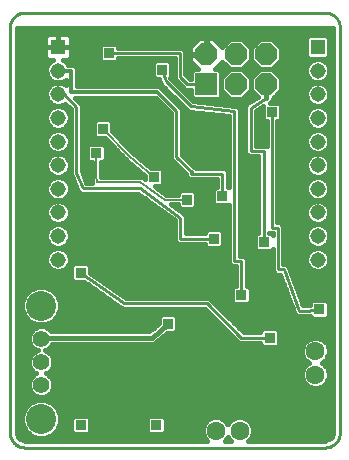
<source format=gbl>
G75*
%MOIN*%
%OFA0B0*%
%FSLAX25Y25*%
%IPPOS*%
%LPD*%
%AMOC8*
5,1,8,0,0,1.08239X$1,22.5*
%
%ADD10C,0.01000*%
%ADD11R,0.07400X0.07400*%
%ADD12OC8,0.07400*%
%ADD13R,0.05150X0.05150*%
%ADD14C,0.05150*%
%ADD15C,0.06299*%
%ADD16C,0.05600*%
%ADD17C,0.10000*%
%ADD18R,0.03562X0.03562*%
%ADD19C,0.01600*%
%ADD20C,0.00669*%
%ADD21C,0.01200*%
D10*
X0018376Y0007817D02*
X0018376Y0142817D01*
X0018378Y0142957D01*
X0018384Y0143097D01*
X0018394Y0143237D01*
X0018407Y0143377D01*
X0018425Y0143516D01*
X0018447Y0143655D01*
X0018472Y0143792D01*
X0018501Y0143930D01*
X0018534Y0144066D01*
X0018571Y0144201D01*
X0018612Y0144335D01*
X0018657Y0144468D01*
X0018705Y0144600D01*
X0018757Y0144730D01*
X0018812Y0144859D01*
X0018871Y0144986D01*
X0018934Y0145112D01*
X0019000Y0145236D01*
X0019069Y0145357D01*
X0019142Y0145477D01*
X0019219Y0145595D01*
X0019298Y0145710D01*
X0019381Y0145824D01*
X0019467Y0145934D01*
X0019556Y0146043D01*
X0019648Y0146149D01*
X0019743Y0146252D01*
X0019840Y0146353D01*
X0019941Y0146450D01*
X0020044Y0146545D01*
X0020150Y0146637D01*
X0020259Y0146726D01*
X0020369Y0146812D01*
X0020483Y0146895D01*
X0020598Y0146974D01*
X0020716Y0147051D01*
X0020836Y0147124D01*
X0020957Y0147193D01*
X0021081Y0147259D01*
X0021207Y0147322D01*
X0021334Y0147381D01*
X0021463Y0147436D01*
X0021593Y0147488D01*
X0021725Y0147536D01*
X0021858Y0147581D01*
X0021992Y0147622D01*
X0022127Y0147659D01*
X0022263Y0147692D01*
X0022401Y0147721D01*
X0022538Y0147746D01*
X0022677Y0147768D01*
X0022816Y0147786D01*
X0022956Y0147799D01*
X0023096Y0147809D01*
X0023236Y0147815D01*
X0023376Y0147817D01*
X0123376Y0147817D01*
X0123516Y0147815D01*
X0123656Y0147809D01*
X0123796Y0147799D01*
X0123936Y0147786D01*
X0124075Y0147768D01*
X0124214Y0147746D01*
X0124351Y0147721D01*
X0124489Y0147692D01*
X0124625Y0147659D01*
X0124760Y0147622D01*
X0124894Y0147581D01*
X0125027Y0147536D01*
X0125159Y0147488D01*
X0125289Y0147436D01*
X0125418Y0147381D01*
X0125545Y0147322D01*
X0125671Y0147259D01*
X0125795Y0147193D01*
X0125916Y0147124D01*
X0126036Y0147051D01*
X0126154Y0146974D01*
X0126269Y0146895D01*
X0126383Y0146812D01*
X0126493Y0146726D01*
X0126602Y0146637D01*
X0126708Y0146545D01*
X0126811Y0146450D01*
X0126912Y0146353D01*
X0127009Y0146252D01*
X0127104Y0146149D01*
X0127196Y0146043D01*
X0127285Y0145934D01*
X0127371Y0145824D01*
X0127454Y0145710D01*
X0127533Y0145595D01*
X0127610Y0145477D01*
X0127683Y0145357D01*
X0127752Y0145236D01*
X0127818Y0145112D01*
X0127881Y0144986D01*
X0127940Y0144859D01*
X0127995Y0144730D01*
X0128047Y0144600D01*
X0128095Y0144468D01*
X0128140Y0144335D01*
X0128181Y0144201D01*
X0128218Y0144066D01*
X0128251Y0143930D01*
X0128280Y0143792D01*
X0128305Y0143655D01*
X0128327Y0143516D01*
X0128345Y0143377D01*
X0128358Y0143237D01*
X0128368Y0143097D01*
X0128374Y0142957D01*
X0128376Y0142817D01*
X0128376Y0007817D01*
X0128374Y0007677D01*
X0128368Y0007537D01*
X0128358Y0007397D01*
X0128345Y0007257D01*
X0128327Y0007118D01*
X0128305Y0006979D01*
X0128280Y0006842D01*
X0128251Y0006704D01*
X0128218Y0006568D01*
X0128181Y0006433D01*
X0128140Y0006299D01*
X0128095Y0006166D01*
X0128047Y0006034D01*
X0127995Y0005904D01*
X0127940Y0005775D01*
X0127881Y0005648D01*
X0127818Y0005522D01*
X0127752Y0005398D01*
X0127683Y0005277D01*
X0127610Y0005157D01*
X0127533Y0005039D01*
X0127454Y0004924D01*
X0127371Y0004810D01*
X0127285Y0004700D01*
X0127196Y0004591D01*
X0127104Y0004485D01*
X0127009Y0004382D01*
X0126912Y0004281D01*
X0126811Y0004184D01*
X0126708Y0004089D01*
X0126602Y0003997D01*
X0126493Y0003908D01*
X0126383Y0003822D01*
X0126269Y0003739D01*
X0126154Y0003660D01*
X0126036Y0003583D01*
X0125916Y0003510D01*
X0125795Y0003441D01*
X0125671Y0003375D01*
X0125545Y0003312D01*
X0125418Y0003253D01*
X0125289Y0003198D01*
X0125159Y0003146D01*
X0125027Y0003098D01*
X0124894Y0003053D01*
X0124760Y0003012D01*
X0124625Y0002975D01*
X0124489Y0002942D01*
X0124351Y0002913D01*
X0124214Y0002888D01*
X0124075Y0002866D01*
X0123936Y0002848D01*
X0123796Y0002835D01*
X0123656Y0002825D01*
X0123516Y0002819D01*
X0123376Y0002817D01*
X0023376Y0002817D01*
X0023236Y0002819D01*
X0023096Y0002825D01*
X0022956Y0002835D01*
X0022816Y0002848D01*
X0022677Y0002866D01*
X0022538Y0002888D01*
X0022401Y0002913D01*
X0022263Y0002942D01*
X0022127Y0002975D01*
X0021992Y0003012D01*
X0021858Y0003053D01*
X0021725Y0003098D01*
X0021593Y0003146D01*
X0021463Y0003198D01*
X0021334Y0003253D01*
X0021207Y0003312D01*
X0021081Y0003375D01*
X0020957Y0003441D01*
X0020836Y0003510D01*
X0020716Y0003583D01*
X0020598Y0003660D01*
X0020483Y0003739D01*
X0020369Y0003822D01*
X0020259Y0003908D01*
X0020150Y0003997D01*
X0020044Y0004089D01*
X0019941Y0004184D01*
X0019840Y0004281D01*
X0019743Y0004382D01*
X0019648Y0004485D01*
X0019556Y0004591D01*
X0019467Y0004700D01*
X0019381Y0004810D01*
X0019298Y0004924D01*
X0019219Y0005039D01*
X0019142Y0005157D01*
X0019069Y0005277D01*
X0019000Y0005398D01*
X0018934Y0005522D01*
X0018871Y0005648D01*
X0018812Y0005775D01*
X0018757Y0005904D01*
X0018705Y0006034D01*
X0018657Y0006166D01*
X0018612Y0006299D01*
X0018571Y0006433D01*
X0018534Y0006568D01*
X0018501Y0006704D01*
X0018472Y0006842D01*
X0018447Y0006979D01*
X0018425Y0007118D01*
X0018407Y0007257D01*
X0018394Y0007397D01*
X0018384Y0007537D01*
X0018378Y0007677D01*
X0018376Y0007817D01*
X0056565Y0050849D02*
X0041998Y0061085D01*
X0056565Y0050849D02*
X0084124Y0050849D01*
X0095541Y0039431D01*
X0104990Y0039431D01*
X0114833Y0048487D02*
X0109715Y0062266D01*
X0107746Y0062266D01*
X0107746Y0076046D01*
X0105778Y0076046D01*
X0105778Y0114628D01*
X0103848Y0119353D02*
X0098691Y0116164D01*
X0098691Y0101636D01*
X0103022Y0101636D01*
X0103022Y0071321D01*
X0095541Y0065022D02*
X0093179Y0065022D01*
X0093179Y0115022D01*
X0078612Y0116597D01*
X0070344Y0124865D01*
X0069163Y0128802D01*
X0075069Y0126439D02*
X0077589Y0123920D01*
X0083848Y0123920D01*
X0075069Y0126439D02*
X0075069Y0134313D01*
X0051447Y0134313D01*
X0036307Y0120573D02*
X0040516Y0116365D01*
X0040516Y0094489D01*
X0042605Y0089250D01*
X0061845Y0089250D01*
X0075158Y0079480D01*
X0075158Y0072482D01*
X0086358Y0072482D01*
X0095541Y0065022D02*
X0095541Y0053605D01*
X0114833Y0048487D02*
X0117589Y0048487D01*
X0121526Y0048880D01*
X0089242Y0086676D02*
X0089242Y0094156D01*
X0079006Y0094156D01*
X0079006Y0094550D02*
X0073888Y0099668D01*
X0073888Y0115022D01*
X0067589Y0121321D01*
X0036307Y0120573D02*
X0034456Y0120573D01*
D11*
X0083848Y0123920D03*
D12*
X0083848Y0133920D03*
X0093848Y0133920D03*
X0093848Y0123920D03*
X0103848Y0123920D03*
X0103848Y0133920D03*
D13*
X0121053Y0136321D03*
X0034456Y0136321D03*
D14*
X0034456Y0128447D03*
X0034456Y0120573D03*
X0034456Y0112699D03*
X0034456Y0104825D03*
X0034456Y0096951D03*
X0034456Y0089077D03*
X0034456Y0081203D03*
X0034456Y0073329D03*
X0034456Y0065455D03*
X0121053Y0065455D03*
X0121053Y0073329D03*
X0121053Y0081203D03*
X0121053Y0089077D03*
X0121053Y0096951D03*
X0121053Y0104825D03*
X0121053Y0112699D03*
X0121053Y0120573D03*
X0121053Y0128447D03*
D15*
X0120187Y0034983D03*
X0120187Y0027109D03*
X0094951Y0008487D03*
X0087077Y0008487D03*
D16*
X0028809Y0023762D03*
X0028809Y0031243D03*
X0028809Y0039117D03*
D17*
X0028809Y0050140D03*
X0028809Y0012345D03*
D18*
X0041998Y0010298D03*
X0067195Y0010298D03*
X0071132Y0044156D03*
X0059321Y0044550D03*
X0041998Y0061085D03*
X0057015Y0077512D03*
X0066407Y0092975D03*
X0077431Y0085494D03*
X0089242Y0086676D03*
X0086358Y0072482D03*
X0088061Y0058329D03*
X0095541Y0053605D03*
X0104990Y0039431D03*
X0121526Y0048880D03*
X0121526Y0055573D03*
X0103022Y0071321D03*
X0111071Y0099492D03*
X0105778Y0114628D03*
X0089418Y0105791D03*
X0069163Y0128802D03*
X0056347Y0113665D03*
X0049478Y0109117D03*
X0047238Y0101081D03*
X0051447Y0134313D03*
D19*
X0054528Y0132513D02*
X0073269Y0132513D01*
X0073269Y0125694D01*
X0075789Y0123174D01*
X0076843Y0122120D01*
X0078848Y0122120D01*
X0078848Y0119681D01*
X0079610Y0118920D01*
X0088087Y0118920D01*
X0088848Y0119681D01*
X0088848Y0128158D01*
X0088087Y0128920D01*
X0086627Y0128920D01*
X0089202Y0131495D01*
X0091777Y0128920D01*
X0095919Y0128920D01*
X0098848Y0131849D01*
X0098848Y0135991D01*
X0095919Y0138920D01*
X0091777Y0138920D01*
X0089202Y0136344D01*
X0086127Y0139420D01*
X0084048Y0139420D01*
X0084048Y0134120D01*
X0083648Y0134120D01*
X0083648Y0133720D01*
X0078348Y0133720D01*
X0078348Y0131642D01*
X0081070Y0128920D01*
X0079610Y0128920D01*
X0078848Y0128158D01*
X0078848Y0125720D01*
X0078334Y0125720D01*
X0076869Y0127185D01*
X0076869Y0135059D01*
X0075814Y0136113D01*
X0054528Y0136113D01*
X0054528Y0136633D01*
X0053766Y0137394D01*
X0049127Y0137394D01*
X0048366Y0136633D01*
X0048366Y0131994D01*
X0049127Y0131232D01*
X0053766Y0131232D01*
X0054528Y0131994D01*
X0054528Y0132513D01*
X0054528Y0132297D02*
X0073269Y0132297D01*
X0072244Y0131121D02*
X0071483Y0131883D01*
X0066844Y0131883D01*
X0066082Y0131121D01*
X0066082Y0126482D01*
X0066844Y0125720D01*
X0068208Y0125720D01*
X0068544Y0124600D01*
X0068544Y0124119D01*
X0068751Y0123913D01*
X0068835Y0123633D01*
X0069258Y0123405D01*
X0077271Y0115393D01*
X0077677Y0114887D01*
X0077788Y0114875D01*
X0077867Y0114797D01*
X0078515Y0114797D01*
X0091379Y0113406D01*
X0091379Y0089757D01*
X0091042Y0089757D01*
X0091042Y0094901D01*
X0089988Y0095956D01*
X0080287Y0095956D01*
X0079793Y0096450D01*
X0079651Y0096450D01*
X0075688Y0100413D01*
X0075688Y0115768D01*
X0069489Y0121967D01*
X0069489Y0122108D01*
X0068376Y0123221D01*
X0040748Y0123221D01*
X0040748Y0129234D01*
X0039635Y0130347D01*
X0037863Y0130347D01*
X0037741Y0130642D01*
X0036651Y0131732D01*
X0036134Y0131946D01*
X0037268Y0131946D01*
X0037726Y0132069D01*
X0038136Y0132306D01*
X0038471Y0132641D01*
X0038708Y0133052D01*
X0038831Y0133509D01*
X0038831Y0136321D01*
X0034456Y0136321D01*
X0030081Y0136321D01*
X0030081Y0133509D01*
X0030204Y0133052D01*
X0030441Y0132641D01*
X0030776Y0132306D01*
X0031187Y0132069D01*
X0031644Y0131946D01*
X0032779Y0131946D01*
X0032261Y0131732D01*
X0031171Y0130642D01*
X0030581Y0129218D01*
X0030581Y0127676D01*
X0031171Y0126252D01*
X0032261Y0125162D01*
X0033685Y0124572D01*
X0035227Y0124572D01*
X0036651Y0125162D01*
X0036948Y0125460D01*
X0036948Y0123561D01*
X0036651Y0123858D01*
X0035227Y0124448D01*
X0033685Y0124448D01*
X0032261Y0123858D01*
X0031171Y0122768D01*
X0030581Y0121344D01*
X0030581Y0119802D01*
X0031171Y0118378D01*
X0032261Y0117288D01*
X0033685Y0116698D01*
X0035227Y0116698D01*
X0036651Y0117288D01*
X0036849Y0117486D01*
X0038716Y0115619D01*
X0038716Y0094859D01*
X0038568Y0094515D01*
X0038716Y0094143D01*
X0038716Y0093743D01*
X0038981Y0093478D01*
X0040805Y0088904D01*
X0040805Y0088504D01*
X0041071Y0088239D01*
X0041210Y0087890D01*
X0041577Y0087732D01*
X0041860Y0087450D01*
X0042235Y0087450D01*
X0042580Y0087301D01*
X0042951Y0087450D01*
X0061256Y0087450D01*
X0073358Y0078569D01*
X0073358Y0071737D01*
X0074412Y0070682D01*
X0083277Y0070682D01*
X0083277Y0070163D01*
X0084038Y0069401D01*
X0088677Y0069401D01*
X0089439Y0070163D01*
X0089439Y0074802D01*
X0088677Y0075563D01*
X0084038Y0075563D01*
X0083277Y0074802D01*
X0083277Y0074282D01*
X0076958Y0074282D01*
X0076958Y0078891D01*
X0077050Y0079016D01*
X0076958Y0079618D01*
X0076958Y0080226D01*
X0076847Y0080336D01*
X0076824Y0080490D01*
X0076333Y0080850D01*
X0075903Y0081280D01*
X0075747Y0081280D01*
X0072232Y0083860D01*
X0074350Y0083860D01*
X0074350Y0083175D01*
X0075112Y0082413D01*
X0079751Y0082413D01*
X0080512Y0083175D01*
X0080512Y0087814D01*
X0079751Y0088576D01*
X0075112Y0088576D01*
X0074350Y0087814D01*
X0074350Y0087129D01*
X0070486Y0087129D01*
X0066719Y0089894D01*
X0068727Y0089894D01*
X0069489Y0090655D01*
X0069489Y0095294D01*
X0068727Y0096056D01*
X0065325Y0096056D01*
X0059265Y0101250D01*
X0052559Y0108260D01*
X0052559Y0111436D01*
X0051798Y0112198D01*
X0047159Y0112198D01*
X0046397Y0111436D01*
X0046397Y0106797D01*
X0047159Y0106035D01*
X0050163Y0106035D01*
X0056555Y0099354D01*
X0056562Y0099261D01*
X0057014Y0098873D01*
X0057427Y0098442D01*
X0057519Y0098440D01*
X0063326Y0093463D01*
X0063326Y0092383D01*
X0062999Y0092623D01*
X0062610Y0093014D01*
X0062467Y0093014D01*
X0062352Y0093099D01*
X0061807Y0093015D01*
X0048878Y0093034D01*
X0048873Y0093266D01*
X0048873Y0097999D01*
X0049558Y0097999D01*
X0050319Y0098761D01*
X0050319Y0103400D01*
X0049558Y0104162D01*
X0044919Y0104162D01*
X0044157Y0103400D01*
X0044157Y0098761D01*
X0044919Y0097999D01*
X0045604Y0097999D01*
X0045604Y0093901D01*
X0045588Y0093884D01*
X0045604Y0093227D01*
X0045604Y0092569D01*
X0045620Y0092553D01*
X0045648Y0091383D01*
X0045647Y0091049D01*
X0043825Y0091049D01*
X0042316Y0094835D01*
X0042316Y0117110D01*
X0040005Y0119421D01*
X0066943Y0119421D01*
X0072088Y0114276D01*
X0072088Y0098922D01*
X0073142Y0097868D01*
X0077106Y0093904D01*
X0077106Y0093369D01*
X0078219Y0092256D01*
X0079793Y0092256D01*
X0079893Y0092356D01*
X0087442Y0092356D01*
X0087442Y0089757D01*
X0086923Y0089757D01*
X0086161Y0088995D01*
X0086161Y0084356D01*
X0086923Y0083594D01*
X0091379Y0083594D01*
X0091379Y0064276D01*
X0092434Y0063222D01*
X0093741Y0063222D01*
X0093741Y0056686D01*
X0093222Y0056686D01*
X0092460Y0055924D01*
X0092460Y0051285D01*
X0093222Y0050524D01*
X0097861Y0050524D01*
X0098622Y0051285D01*
X0098622Y0055924D01*
X0097861Y0056686D01*
X0097341Y0056686D01*
X0097341Y0065768D01*
X0096287Y0066822D01*
X0094979Y0066822D01*
X0094979Y0114925D01*
X0095049Y0115570D01*
X0094979Y0115656D01*
X0094979Y0115768D01*
X0094521Y0116226D01*
X0094114Y0116731D01*
X0094003Y0116743D01*
X0093925Y0116822D01*
X0093276Y0116822D01*
X0079436Y0118318D01*
X0071938Y0125816D01*
X0071855Y0126093D01*
X0072244Y0126482D01*
X0072244Y0131121D01*
X0072244Y0130698D02*
X0073269Y0130698D01*
X0073269Y0129100D02*
X0072244Y0129100D01*
X0072244Y0127501D02*
X0073269Y0127501D01*
X0073269Y0125903D02*
X0071912Y0125903D01*
X0073450Y0124304D02*
X0074658Y0124304D01*
X0075049Y0122706D02*
X0076257Y0122706D01*
X0076647Y0121107D02*
X0078848Y0121107D01*
X0079021Y0119509D02*
X0078246Y0119509D01*
X0076352Y0116312D02*
X0075144Y0116312D01*
X0074753Y0117910D02*
X0073545Y0117910D01*
X0073155Y0119509D02*
X0071947Y0119509D01*
X0071556Y0121107D02*
X0070348Y0121107D01*
X0069958Y0122706D02*
X0068891Y0122706D01*
X0068544Y0124304D02*
X0040748Y0124304D01*
X0040748Y0125903D02*
X0066662Y0125903D01*
X0066082Y0127501D02*
X0040748Y0127501D01*
X0040748Y0129100D02*
X0066082Y0129100D01*
X0066082Y0130698D02*
X0037685Y0130698D01*
X0038120Y0132297D02*
X0048366Y0132297D01*
X0048366Y0133895D02*
X0038831Y0133895D01*
X0038831Y0135494D02*
X0048366Y0135494D01*
X0048825Y0137092D02*
X0038831Y0137092D01*
X0038831Y0136321D02*
X0038831Y0139133D01*
X0038708Y0139591D01*
X0038471Y0140001D01*
X0038136Y0140336D01*
X0037726Y0140573D01*
X0037268Y0140696D01*
X0034456Y0140696D01*
X0031644Y0140696D01*
X0031187Y0140573D01*
X0030776Y0140336D01*
X0030441Y0140001D01*
X0030204Y0139591D01*
X0030081Y0139133D01*
X0030081Y0136321D01*
X0034456Y0136321D01*
X0034456Y0136321D01*
X0034456Y0136321D01*
X0034456Y0140696D01*
X0034456Y0136321D01*
X0034456Y0136321D01*
X0038831Y0136321D01*
X0038831Y0138691D02*
X0080841Y0138691D01*
X0081570Y0139420D02*
X0078348Y0136198D01*
X0078348Y0134120D01*
X0083648Y0134120D01*
X0083648Y0139420D01*
X0081570Y0139420D01*
X0083648Y0138691D02*
X0084048Y0138691D01*
X0084048Y0137092D02*
X0083648Y0137092D01*
X0083648Y0135494D02*
X0084048Y0135494D01*
X0083648Y0133895D02*
X0076869Y0133895D01*
X0076869Y0132297D02*
X0078348Y0132297D01*
X0079292Y0130698D02*
X0076869Y0130698D01*
X0076869Y0129100D02*
X0080890Y0129100D01*
X0078848Y0127501D02*
X0076869Y0127501D01*
X0078151Y0125903D02*
X0078848Y0125903D01*
X0086807Y0129100D02*
X0091597Y0129100D01*
X0091777Y0128920D02*
X0088848Y0125991D01*
X0088848Y0121849D01*
X0091777Y0118920D01*
X0095919Y0118920D01*
X0098848Y0121849D01*
X0098848Y0125991D01*
X0095919Y0128920D01*
X0091777Y0128920D01*
X0090359Y0127501D02*
X0088848Y0127501D01*
X0088848Y0125903D02*
X0088848Y0125903D01*
X0088848Y0124304D02*
X0088848Y0124304D01*
X0088848Y0122706D02*
X0088848Y0122706D01*
X0088848Y0121107D02*
X0089590Y0121107D01*
X0088676Y0119509D02*
X0091188Y0119509D01*
X0094452Y0116312D02*
X0096876Y0116312D01*
X0096891Y0116373D02*
X0096768Y0115851D01*
X0096891Y0115652D01*
X0096891Y0100891D01*
X0097945Y0099836D01*
X0101222Y0099836D01*
X0101222Y0074402D01*
X0100702Y0074402D01*
X0099941Y0073641D01*
X0099941Y0069002D01*
X0100702Y0068240D01*
X0105341Y0068240D01*
X0105946Y0068845D01*
X0105946Y0061521D01*
X0107000Y0060466D01*
X0108463Y0060466D01*
X0113033Y0048163D01*
X0113033Y0047741D01*
X0113282Y0047492D01*
X0113405Y0047161D01*
X0113789Y0046985D01*
X0114087Y0046687D01*
X0114440Y0046687D01*
X0114760Y0046540D01*
X0115156Y0046687D01*
X0116946Y0046687D01*
X0117026Y0046621D01*
X0117678Y0046687D01*
X0118334Y0046687D01*
X0118407Y0046759D01*
X0118444Y0046763D01*
X0118444Y0046561D01*
X0119206Y0045799D01*
X0123845Y0045799D01*
X0124607Y0046561D01*
X0124607Y0051200D01*
X0123845Y0051961D01*
X0119206Y0051961D01*
X0118444Y0051200D01*
X0118444Y0050381D01*
X0117499Y0050287D01*
X0116084Y0050287D01*
X0111515Y0062590D01*
X0111515Y0063012D01*
X0111265Y0063261D01*
X0111142Y0063592D01*
X0110759Y0063768D01*
X0110460Y0064066D01*
X0110107Y0064066D01*
X0109787Y0064213D01*
X0109546Y0064124D01*
X0109546Y0076791D01*
X0108492Y0077846D01*
X0107578Y0077846D01*
X0107578Y0111547D01*
X0108097Y0111547D01*
X0108859Y0112309D01*
X0108859Y0116948D01*
X0108097Y0117709D01*
X0105175Y0117709D01*
X0105948Y0118483D01*
X0105948Y0118949D01*
X0108848Y0121849D01*
X0108848Y0125991D01*
X0105919Y0128920D01*
X0108848Y0131849D01*
X0108848Y0135991D01*
X0105919Y0138920D01*
X0101777Y0138920D01*
X0098848Y0135991D01*
X0098848Y0131849D01*
X0101777Y0128920D01*
X0105919Y0128920D01*
X0101777Y0128920D01*
X0098848Y0125991D01*
X0098848Y0121849D01*
X0100993Y0119704D01*
X0098179Y0117964D01*
X0097945Y0117964D01*
X0097566Y0117585D01*
X0097110Y0117303D01*
X0097056Y0117075D01*
X0096891Y0116909D01*
X0096891Y0116373D01*
X0096891Y0114713D02*
X0094979Y0114713D01*
X0094979Y0113115D02*
X0096891Y0113115D01*
X0096891Y0111516D02*
X0094979Y0111516D01*
X0094979Y0109918D02*
X0096891Y0109918D01*
X0096891Y0108319D02*
X0094979Y0108319D01*
X0094979Y0106721D02*
X0096891Y0106721D01*
X0096891Y0105122D02*
X0094979Y0105122D01*
X0094979Y0103524D02*
X0096891Y0103524D01*
X0096891Y0101925D02*
X0094979Y0101925D01*
X0094979Y0100327D02*
X0097455Y0100327D01*
X0094979Y0098728D02*
X0101222Y0098728D01*
X0101222Y0097129D02*
X0094979Y0097129D01*
X0094979Y0095531D02*
X0101222Y0095531D01*
X0101222Y0093932D02*
X0094979Y0093932D01*
X0094979Y0092334D02*
X0101222Y0092334D01*
X0101222Y0090735D02*
X0094979Y0090735D01*
X0094979Y0089137D02*
X0101222Y0089137D01*
X0101222Y0087538D02*
X0094979Y0087538D01*
X0094979Y0085940D02*
X0101222Y0085940D01*
X0101222Y0084341D02*
X0094979Y0084341D01*
X0094979Y0082743D02*
X0101222Y0082743D01*
X0101222Y0081144D02*
X0094979Y0081144D01*
X0094979Y0079546D02*
X0101222Y0079546D01*
X0101222Y0077947D02*
X0094979Y0077947D01*
X0094979Y0076349D02*
X0101222Y0076349D01*
X0101222Y0074750D02*
X0094979Y0074750D01*
X0094979Y0073152D02*
X0099941Y0073152D01*
X0099941Y0071553D02*
X0094979Y0071553D01*
X0094979Y0069955D02*
X0099941Y0069955D01*
X0100586Y0068356D02*
X0094979Y0068356D01*
X0096351Y0066758D02*
X0105946Y0066758D01*
X0105946Y0068356D02*
X0105457Y0068356D01*
X0105946Y0065159D02*
X0097341Y0065159D01*
X0097341Y0063561D02*
X0105946Y0063561D01*
X0105946Y0061962D02*
X0097341Y0061962D01*
X0097341Y0060364D02*
X0108501Y0060364D01*
X0109095Y0058765D02*
X0097341Y0058765D01*
X0097341Y0057167D02*
X0109688Y0057167D01*
X0110282Y0055568D02*
X0098622Y0055568D01*
X0098622Y0053970D02*
X0110876Y0053970D01*
X0111470Y0052371D02*
X0098622Y0052371D01*
X0098110Y0050773D02*
X0112063Y0050773D01*
X0112657Y0049174D02*
X0088344Y0049174D01*
X0089943Y0047576D02*
X0113198Y0047576D01*
X0115904Y0050773D02*
X0118444Y0050773D01*
X0115310Y0052371D02*
X0126076Y0052371D01*
X0126076Y0050773D02*
X0124607Y0050773D01*
X0124607Y0049174D02*
X0126076Y0049174D01*
X0126076Y0047576D02*
X0124607Y0047576D01*
X0124023Y0045977D02*
X0126076Y0045977D01*
X0126076Y0044379D02*
X0093140Y0044379D01*
X0091541Y0045977D02*
X0119028Y0045977D01*
X0119302Y0039432D02*
X0117666Y0038755D01*
X0116415Y0037503D01*
X0115737Y0035868D01*
X0115737Y0034098D01*
X0116415Y0032462D01*
X0117666Y0031210D01*
X0118064Y0031046D01*
X0117666Y0030881D01*
X0116415Y0029629D01*
X0115737Y0027994D01*
X0115737Y0026224D01*
X0116415Y0024588D01*
X0117666Y0023336D01*
X0119302Y0022659D01*
X0121072Y0022659D01*
X0122708Y0023336D01*
X0123959Y0024588D01*
X0124637Y0026224D01*
X0124637Y0027994D01*
X0123959Y0029629D01*
X0122708Y0030881D01*
X0122310Y0031046D01*
X0122708Y0031210D01*
X0123959Y0032462D01*
X0124637Y0034098D01*
X0124637Y0035868D01*
X0123959Y0037503D01*
X0122708Y0038755D01*
X0121072Y0039432D01*
X0119302Y0039432D01*
X0116896Y0037985D02*
X0108071Y0037985D01*
X0108071Y0037112D02*
X0107310Y0036350D01*
X0102671Y0036350D01*
X0101909Y0037112D01*
X0101909Y0037631D01*
X0094796Y0037631D01*
X0083378Y0049049D01*
X0056721Y0049049D01*
X0056140Y0048947D01*
X0055996Y0049049D01*
X0055819Y0049049D01*
X0055402Y0049466D01*
X0043252Y0058004D01*
X0039678Y0058004D01*
X0038917Y0058765D01*
X0020676Y0058765D01*
X0020676Y0057167D02*
X0044443Y0057167D01*
X0046718Y0055568D02*
X0032167Y0055568D01*
X0032378Y0055481D02*
X0030062Y0056440D01*
X0027556Y0056440D01*
X0025240Y0055481D01*
X0023468Y0053709D01*
X0022509Y0051393D01*
X0022509Y0048887D01*
X0023468Y0046571D01*
X0025240Y0044799D01*
X0027556Y0043840D01*
X0030062Y0043840D01*
X0032378Y0044799D01*
X0034150Y0046571D01*
X0035109Y0048887D01*
X0035109Y0051393D01*
X0034150Y0053709D01*
X0032378Y0055481D01*
X0033889Y0053970D02*
X0048993Y0053970D01*
X0051268Y0052371D02*
X0034704Y0052371D01*
X0035109Y0050773D02*
X0053543Y0050773D01*
X0055694Y0049174D02*
X0035109Y0049174D01*
X0034566Y0047576D02*
X0084852Y0047576D01*
X0086450Y0045977D02*
X0074213Y0045977D01*
X0074213Y0046475D02*
X0073451Y0047237D01*
X0068812Y0047237D01*
X0068051Y0046475D01*
X0068051Y0044281D01*
X0064843Y0041531D01*
X0032192Y0041531D01*
X0031132Y0042592D01*
X0029625Y0043217D01*
X0027994Y0043217D01*
X0026487Y0042592D01*
X0025333Y0041439D01*
X0024709Y0039932D01*
X0024709Y0038301D01*
X0025333Y0036794D01*
X0026487Y0035641D01*
X0027600Y0035180D01*
X0026487Y0034718D01*
X0025333Y0033565D01*
X0024709Y0032058D01*
X0024709Y0030427D01*
X0025333Y0028920D01*
X0026487Y0027767D01*
X0027125Y0027502D01*
X0026487Y0027238D01*
X0025333Y0026085D01*
X0024709Y0024578D01*
X0024709Y0022947D01*
X0025333Y0021440D01*
X0026487Y0020286D01*
X0027994Y0019662D01*
X0029625Y0019662D01*
X0031132Y0020286D01*
X0032285Y0021440D01*
X0032909Y0022947D01*
X0032909Y0024578D01*
X0032285Y0026085D01*
X0031132Y0027238D01*
X0030493Y0027502D01*
X0031132Y0027767D01*
X0032285Y0028920D01*
X0032909Y0030427D01*
X0032909Y0032058D01*
X0032285Y0033565D01*
X0031132Y0034718D01*
X0030018Y0035180D01*
X0031132Y0035641D01*
X0032285Y0036794D01*
X0032507Y0037331D01*
X0065539Y0037331D01*
X0066326Y0037271D01*
X0066397Y0037331D01*
X0066490Y0037331D01*
X0067048Y0037889D01*
X0070764Y0041075D01*
X0073451Y0041075D01*
X0074213Y0041836D01*
X0074213Y0046475D01*
X0074213Y0044379D02*
X0088049Y0044379D01*
X0089647Y0042780D02*
X0074213Y0042780D01*
X0073558Y0041182D02*
X0091246Y0041182D01*
X0092844Y0039583D02*
X0069024Y0039583D01*
X0067159Y0037985D02*
X0094443Y0037985D01*
X0096287Y0041231D02*
X0085924Y0051594D01*
X0084870Y0052649D01*
X0057134Y0052649D01*
X0045079Y0061120D01*
X0045079Y0063405D01*
X0044318Y0064166D01*
X0039678Y0064166D01*
X0038917Y0063405D01*
X0038917Y0058765D01*
X0038917Y0060364D02*
X0020676Y0060364D01*
X0020676Y0061962D02*
X0032763Y0061962D01*
X0032261Y0062170D02*
X0033685Y0061580D01*
X0035227Y0061580D01*
X0036651Y0062170D01*
X0037741Y0063260D01*
X0038331Y0064684D01*
X0038331Y0066226D01*
X0037741Y0067650D01*
X0036651Y0068740D01*
X0035227Y0069330D01*
X0033685Y0069330D01*
X0032261Y0068740D01*
X0031171Y0067650D01*
X0030581Y0066226D01*
X0030581Y0064684D01*
X0031171Y0063260D01*
X0032261Y0062170D01*
X0031047Y0063561D02*
X0020676Y0063561D01*
X0020676Y0065159D02*
X0030581Y0065159D01*
X0030802Y0066758D02*
X0020676Y0066758D01*
X0020676Y0068356D02*
X0031877Y0068356D01*
X0032477Y0069955D02*
X0020676Y0069955D01*
X0020676Y0071553D02*
X0030998Y0071553D01*
X0031171Y0071134D02*
X0032261Y0070044D01*
X0033685Y0069454D01*
X0035227Y0069454D01*
X0036651Y0070044D01*
X0037741Y0071134D01*
X0038331Y0072558D01*
X0038331Y0074100D01*
X0037741Y0075524D01*
X0036651Y0076614D01*
X0035227Y0077204D01*
X0033685Y0077204D01*
X0032261Y0076614D01*
X0031171Y0075524D01*
X0030581Y0074100D01*
X0030581Y0072558D01*
X0031171Y0071134D01*
X0030581Y0073152D02*
X0020676Y0073152D01*
X0020676Y0074750D02*
X0030851Y0074750D01*
X0031996Y0076349D02*
X0020676Y0076349D01*
X0020676Y0077947D02*
X0032232Y0077947D01*
X0032261Y0077918D02*
X0033685Y0077328D01*
X0035227Y0077328D01*
X0036651Y0077918D01*
X0037741Y0079008D01*
X0038331Y0080432D01*
X0038331Y0081974D01*
X0037741Y0083398D01*
X0036651Y0084488D01*
X0035227Y0085078D01*
X0033685Y0085078D01*
X0032261Y0084488D01*
X0031171Y0083398D01*
X0030581Y0081974D01*
X0030581Y0080432D01*
X0031171Y0079008D01*
X0032261Y0077918D01*
X0030949Y0079546D02*
X0020676Y0079546D01*
X0020676Y0081144D02*
X0030581Y0081144D01*
X0030900Y0082743D02*
X0020676Y0082743D01*
X0020676Y0084341D02*
X0032115Y0084341D01*
X0032261Y0085792D02*
X0033685Y0085202D01*
X0035227Y0085202D01*
X0036651Y0085792D01*
X0037741Y0086882D01*
X0038331Y0088306D01*
X0038331Y0089848D01*
X0037741Y0091272D01*
X0036651Y0092362D01*
X0035227Y0092952D01*
X0033685Y0092952D01*
X0032261Y0092362D01*
X0031171Y0091272D01*
X0030581Y0089848D01*
X0030581Y0088306D01*
X0031171Y0086882D01*
X0032261Y0085792D01*
X0032114Y0085940D02*
X0020676Y0085940D01*
X0020676Y0087538D02*
X0030899Y0087538D01*
X0030581Y0089137D02*
X0020676Y0089137D01*
X0020676Y0090735D02*
X0030949Y0090735D01*
X0032233Y0092334D02*
X0020676Y0092334D01*
X0020676Y0093932D02*
X0031995Y0093932D01*
X0032261Y0093666D02*
X0033685Y0093076D01*
X0035227Y0093076D01*
X0036651Y0093666D01*
X0037741Y0094756D01*
X0038331Y0096180D01*
X0038331Y0097722D01*
X0037741Y0099146D01*
X0036651Y0100236D01*
X0035227Y0100826D01*
X0033685Y0100826D01*
X0032261Y0100236D01*
X0031171Y0099146D01*
X0030581Y0097722D01*
X0030581Y0096180D01*
X0031171Y0094756D01*
X0032261Y0093666D01*
X0030850Y0095531D02*
X0020676Y0095531D01*
X0020676Y0097129D02*
X0030581Y0097129D01*
X0030998Y0098728D02*
X0020676Y0098728D01*
X0020676Y0100327D02*
X0032480Y0100327D01*
X0032261Y0101540D02*
X0031171Y0102630D01*
X0030581Y0104054D01*
X0030581Y0105596D01*
X0031171Y0107020D01*
X0032261Y0108110D01*
X0033685Y0108700D01*
X0035227Y0108700D01*
X0036651Y0108110D01*
X0037741Y0107020D01*
X0038331Y0105596D01*
X0038331Y0104054D01*
X0037741Y0102630D01*
X0036651Y0101540D01*
X0035227Y0100950D01*
X0033685Y0100950D01*
X0032261Y0101540D01*
X0031876Y0101925D02*
X0020676Y0101925D01*
X0020676Y0103524D02*
X0030801Y0103524D01*
X0030581Y0105122D02*
X0020676Y0105122D01*
X0020676Y0106721D02*
X0031047Y0106721D01*
X0032766Y0108319D02*
X0020676Y0108319D01*
X0020676Y0109918D02*
X0031758Y0109918D01*
X0032261Y0109414D02*
X0033685Y0108824D01*
X0035227Y0108824D01*
X0036651Y0109414D01*
X0037741Y0110504D01*
X0038331Y0111928D01*
X0038331Y0113470D01*
X0037741Y0114894D01*
X0036651Y0115984D01*
X0035227Y0116574D01*
X0033685Y0116574D01*
X0032261Y0115984D01*
X0031171Y0114894D01*
X0030581Y0113470D01*
X0030581Y0111928D01*
X0031171Y0110504D01*
X0032261Y0109414D01*
X0030752Y0111516D02*
X0020676Y0111516D01*
X0020676Y0113115D02*
X0030581Y0113115D01*
X0031096Y0114713D02*
X0020676Y0114713D01*
X0020676Y0116312D02*
X0033052Y0116312D01*
X0031639Y0117910D02*
X0020676Y0117910D01*
X0020676Y0119509D02*
X0030703Y0119509D01*
X0030581Y0121107D02*
X0020676Y0121107D01*
X0020676Y0122706D02*
X0031145Y0122706D01*
X0033338Y0124304D02*
X0020676Y0124304D01*
X0020676Y0125903D02*
X0031521Y0125903D01*
X0030654Y0127501D02*
X0020676Y0127501D01*
X0020676Y0129100D02*
X0030581Y0129100D01*
X0031227Y0130698D02*
X0020676Y0130698D01*
X0020676Y0132297D02*
X0030792Y0132297D01*
X0030081Y0133895D02*
X0020676Y0133895D01*
X0020676Y0135494D02*
X0030081Y0135494D01*
X0030081Y0137092D02*
X0020676Y0137092D01*
X0020676Y0138691D02*
X0030081Y0138691D01*
X0030729Y0140289D02*
X0020676Y0140289D01*
X0020676Y0141888D02*
X0126076Y0141888D01*
X0126076Y0142817D02*
X0126076Y0007817D01*
X0126024Y0007291D01*
X0125621Y0006317D01*
X0124876Y0005572D01*
X0123903Y0005169D01*
X0123376Y0005117D01*
X0097874Y0005117D01*
X0098723Y0005966D01*
X0099400Y0007602D01*
X0099400Y0009372D01*
X0098723Y0011007D01*
X0097471Y0012259D01*
X0095836Y0012936D01*
X0094066Y0012936D01*
X0092430Y0012259D01*
X0091179Y0011007D01*
X0091014Y0010609D01*
X0090849Y0011007D01*
X0089597Y0012259D01*
X0087962Y0012936D01*
X0086192Y0012936D01*
X0084556Y0012259D01*
X0083305Y0011007D01*
X0082627Y0009372D01*
X0082627Y0007602D01*
X0083305Y0005966D01*
X0084153Y0005117D01*
X0023376Y0005117D01*
X0022849Y0005169D01*
X0021876Y0005572D01*
X0021131Y0006317D01*
X0020728Y0007291D01*
X0020676Y0007817D01*
X0020676Y0142817D01*
X0126076Y0142817D01*
X0126076Y0140289D02*
X0038183Y0140289D01*
X0034456Y0140289D02*
X0034456Y0140289D01*
X0034456Y0138691D02*
X0034456Y0138691D01*
X0034456Y0137092D02*
X0034456Y0137092D01*
X0035574Y0124304D02*
X0036948Y0124304D01*
X0041516Y0117910D02*
X0068454Y0117910D01*
X0070053Y0116312D02*
X0042316Y0116312D01*
X0042316Y0114713D02*
X0071651Y0114713D01*
X0072088Y0113115D02*
X0042316Y0113115D01*
X0042316Y0111516D02*
X0046477Y0111516D01*
X0046397Y0109918D02*
X0042316Y0109918D01*
X0042316Y0108319D02*
X0046397Y0108319D01*
X0046474Y0106721D02*
X0042316Y0106721D01*
X0042316Y0105122D02*
X0051037Y0105122D01*
X0050196Y0103524D02*
X0052566Y0103524D01*
X0054095Y0101925D02*
X0050319Y0101925D01*
X0050319Y0100327D02*
X0055624Y0100327D01*
X0057153Y0098728D02*
X0050286Y0098728D01*
X0048873Y0097129D02*
X0059049Y0097129D01*
X0060913Y0095531D02*
X0048873Y0095531D01*
X0048873Y0093932D02*
X0062778Y0093932D01*
X0064072Y0097129D02*
X0073880Y0097129D01*
X0072282Y0098728D02*
X0062207Y0098728D01*
X0060342Y0100327D02*
X0072088Y0100327D01*
X0072088Y0101925D02*
X0058619Y0101925D01*
X0057090Y0103524D02*
X0072088Y0103524D01*
X0072088Y0105122D02*
X0055561Y0105122D01*
X0054032Y0106721D02*
X0072088Y0106721D01*
X0072088Y0108319D02*
X0052559Y0108319D01*
X0052559Y0109918D02*
X0072088Y0109918D01*
X0072088Y0111516D02*
X0052479Y0111516D01*
X0044280Y0103524D02*
X0042316Y0103524D01*
X0042316Y0101925D02*
X0044157Y0101925D01*
X0044157Y0100327D02*
X0042316Y0100327D01*
X0042316Y0098728D02*
X0044190Y0098728D01*
X0045604Y0097129D02*
X0042316Y0097129D01*
X0042316Y0095531D02*
X0045604Y0095531D01*
X0045604Y0093932D02*
X0042675Y0093932D01*
X0043313Y0092334D02*
X0045625Y0092334D01*
X0041771Y0087538D02*
X0038013Y0087538D01*
X0038331Y0089137D02*
X0040712Y0089137D01*
X0040075Y0090735D02*
X0037963Y0090735D01*
X0036679Y0092334D02*
X0039437Y0092334D01*
X0038716Y0093932D02*
X0036917Y0093932D01*
X0038062Y0095531D02*
X0038716Y0095531D01*
X0038716Y0097129D02*
X0038331Y0097129D01*
X0038716Y0098728D02*
X0037914Y0098728D01*
X0038716Y0100327D02*
X0036433Y0100327D01*
X0037036Y0101925D02*
X0038716Y0101925D01*
X0038716Y0103524D02*
X0038111Y0103524D01*
X0038331Y0105122D02*
X0038716Y0105122D01*
X0038716Y0106721D02*
X0037865Y0106721D01*
X0038716Y0108319D02*
X0036146Y0108319D01*
X0037154Y0109918D02*
X0038716Y0109918D01*
X0038716Y0111516D02*
X0038160Y0111516D01*
X0038331Y0113115D02*
X0038716Y0113115D01*
X0038716Y0114713D02*
X0037816Y0114713D01*
X0038023Y0116312D02*
X0035860Y0116312D01*
X0054069Y0137092D02*
X0079243Y0137092D01*
X0078348Y0135494D02*
X0076434Y0135494D01*
X0086855Y0138691D02*
X0091548Y0138691D01*
X0089950Y0137092D02*
X0088454Y0137092D01*
X0088405Y0130698D02*
X0089999Y0130698D01*
X0096100Y0129100D02*
X0101597Y0129100D01*
X0100359Y0127501D02*
X0097338Y0127501D01*
X0098848Y0125903D02*
X0098848Y0125903D01*
X0098848Y0124304D02*
X0098848Y0124304D01*
X0098848Y0122706D02*
X0098848Y0122706D01*
X0098107Y0121107D02*
X0099590Y0121107D01*
X0100678Y0119509D02*
X0096508Y0119509D01*
X0097892Y0117910D02*
X0083211Y0117910D01*
X0079290Y0114713D02*
X0075688Y0114713D01*
X0075688Y0113115D02*
X0091379Y0113115D01*
X0091379Y0111516D02*
X0075688Y0111516D01*
X0075688Y0109918D02*
X0091379Y0109918D01*
X0091379Y0108319D02*
X0075688Y0108319D01*
X0075688Y0106721D02*
X0091379Y0106721D01*
X0091379Y0105122D02*
X0075688Y0105122D01*
X0075688Y0103524D02*
X0091379Y0103524D01*
X0091379Y0101925D02*
X0075688Y0101925D01*
X0075775Y0100327D02*
X0091379Y0100327D01*
X0091379Y0098728D02*
X0077373Y0098728D01*
X0078972Y0097129D02*
X0091379Y0097129D01*
X0091379Y0095531D02*
X0090413Y0095531D01*
X0091042Y0093932D02*
X0091379Y0093932D01*
X0091379Y0092334D02*
X0091042Y0092334D01*
X0091042Y0090735D02*
X0091379Y0090735D01*
X0087442Y0090735D02*
X0069489Y0090735D01*
X0069489Y0092334D02*
X0078141Y0092334D01*
X0079871Y0092334D02*
X0087442Y0092334D01*
X0086303Y0089137D02*
X0067750Y0089137D01*
X0069928Y0087538D02*
X0074350Y0087538D01*
X0074782Y0082743D02*
X0073754Y0082743D01*
X0076039Y0081144D02*
X0091379Y0081144D01*
X0091379Y0079546D02*
X0076969Y0079546D01*
X0076958Y0077947D02*
X0091379Y0077947D01*
X0091379Y0076349D02*
X0076958Y0076349D01*
X0076958Y0074750D02*
X0083277Y0074750D01*
X0083485Y0069955D02*
X0036435Y0069955D01*
X0037035Y0068356D02*
X0091379Y0068356D01*
X0091379Y0066758D02*
X0038111Y0066758D01*
X0038331Y0065159D02*
X0091379Y0065159D01*
X0092095Y0063561D02*
X0044923Y0063561D01*
X0045079Y0061962D02*
X0093741Y0061962D01*
X0093741Y0060364D02*
X0046155Y0060364D01*
X0048430Y0058765D02*
X0093741Y0058765D01*
X0093741Y0057167D02*
X0050705Y0057167D01*
X0052980Y0055568D02*
X0092460Y0055568D01*
X0092460Y0053970D02*
X0055254Y0053970D01*
X0066300Y0042780D02*
X0030678Y0042780D01*
X0031362Y0044379D02*
X0068051Y0044379D01*
X0068051Y0045977D02*
X0033556Y0045977D01*
X0028809Y0039431D02*
X0065620Y0039431D01*
X0071132Y0044156D01*
X0085147Y0052371D02*
X0092460Y0052371D01*
X0092973Y0050773D02*
X0086746Y0050773D01*
X0094738Y0042780D02*
X0126076Y0042780D01*
X0126076Y0041182D02*
X0108071Y0041182D01*
X0108071Y0041751D02*
X0107310Y0042513D01*
X0102671Y0042513D01*
X0101909Y0041751D01*
X0101909Y0041231D01*
X0096287Y0041231D01*
X0102635Y0036386D02*
X0031877Y0036386D01*
X0030964Y0034788D02*
X0115737Y0034788D01*
X0115952Y0036386D02*
X0107345Y0036386D01*
X0108071Y0037112D02*
X0108071Y0041751D01*
X0108071Y0039583D02*
X0126076Y0039583D01*
X0126076Y0037985D02*
X0123478Y0037985D01*
X0124422Y0036386D02*
X0126076Y0036386D01*
X0126076Y0034788D02*
X0124637Y0034788D01*
X0124260Y0033189D02*
X0126076Y0033189D01*
X0126076Y0031591D02*
X0123088Y0031591D01*
X0123596Y0029992D02*
X0126076Y0029992D01*
X0126076Y0028394D02*
X0124471Y0028394D01*
X0124637Y0026795D02*
X0126076Y0026795D01*
X0126076Y0025196D02*
X0124211Y0025196D01*
X0122969Y0023598D02*
X0126076Y0023598D01*
X0126076Y0021999D02*
X0032517Y0021999D01*
X0032909Y0023598D02*
X0117405Y0023598D01*
X0116163Y0025196D02*
X0032653Y0025196D01*
X0031575Y0026795D02*
X0115737Y0026795D01*
X0115903Y0028394D02*
X0031758Y0028394D01*
X0032729Y0029992D02*
X0116778Y0029992D01*
X0117286Y0031591D02*
X0032909Y0031591D01*
X0032441Y0033189D02*
X0116114Y0033189D01*
X0126076Y0020401D02*
X0031246Y0020401D01*
X0030062Y0018645D02*
X0027556Y0018645D01*
X0025240Y0017686D01*
X0023468Y0015914D01*
X0022509Y0013598D01*
X0022509Y0011092D01*
X0023468Y0008776D01*
X0025240Y0007004D01*
X0027556Y0006045D01*
X0030062Y0006045D01*
X0032378Y0007004D01*
X0034150Y0008776D01*
X0035109Y0011092D01*
X0035109Y0013598D01*
X0034150Y0015914D01*
X0032378Y0017686D01*
X0030062Y0018645D01*
X0026372Y0020401D02*
X0020676Y0020401D01*
X0020676Y0021999D02*
X0025101Y0021999D01*
X0024709Y0023598D02*
X0020676Y0023598D01*
X0020676Y0025196D02*
X0024965Y0025196D01*
X0026044Y0026795D02*
X0020676Y0026795D01*
X0020676Y0028394D02*
X0025860Y0028394D01*
X0024889Y0029992D02*
X0020676Y0029992D01*
X0020676Y0031591D02*
X0024709Y0031591D01*
X0025178Y0033189D02*
X0020676Y0033189D01*
X0020676Y0034788D02*
X0026654Y0034788D01*
X0025741Y0036386D02*
X0020676Y0036386D01*
X0020676Y0037985D02*
X0024840Y0037985D01*
X0024709Y0039583D02*
X0020676Y0039583D01*
X0020676Y0041182D02*
X0025227Y0041182D01*
X0026940Y0042780D02*
X0020676Y0042780D01*
X0020676Y0044379D02*
X0026256Y0044379D01*
X0024063Y0045977D02*
X0020676Y0045977D01*
X0020676Y0047576D02*
X0023052Y0047576D01*
X0022509Y0049174D02*
X0020676Y0049174D01*
X0020676Y0050773D02*
X0022509Y0050773D01*
X0022914Y0052371D02*
X0020676Y0052371D01*
X0020676Y0053970D02*
X0023729Y0053970D01*
X0025451Y0055568D02*
X0020676Y0055568D01*
X0028809Y0039431D02*
X0028809Y0039117D01*
X0020676Y0018802D02*
X0126076Y0018802D01*
X0126076Y0017204D02*
X0032860Y0017204D01*
X0034278Y0015605D02*
X0126076Y0015605D01*
X0126076Y0014007D02*
X0034940Y0014007D01*
X0035109Y0012408D02*
X0038917Y0012408D01*
X0038917Y0012617D02*
X0038917Y0007978D01*
X0039678Y0007217D01*
X0044318Y0007217D01*
X0045079Y0007978D01*
X0045079Y0012617D01*
X0044318Y0013379D01*
X0039678Y0013379D01*
X0038917Y0012617D01*
X0038917Y0010810D02*
X0034992Y0010810D01*
X0034330Y0009211D02*
X0038917Y0009211D01*
X0039282Y0007613D02*
X0032987Y0007613D01*
X0024632Y0007613D02*
X0020696Y0007613D01*
X0020676Y0009211D02*
X0023288Y0009211D01*
X0022626Y0010810D02*
X0020676Y0010810D01*
X0020676Y0012408D02*
X0022509Y0012408D01*
X0022678Y0014007D02*
X0020676Y0014007D01*
X0020676Y0015605D02*
X0023341Y0015605D01*
X0024759Y0017204D02*
X0020676Y0017204D01*
X0021434Y0006014D02*
X0083285Y0006014D01*
X0082627Y0007613D02*
X0069911Y0007613D01*
X0070276Y0007978D02*
X0069514Y0007217D01*
X0064875Y0007217D01*
X0064114Y0007978D01*
X0064114Y0012617D01*
X0064875Y0013379D01*
X0069514Y0013379D01*
X0070276Y0012617D01*
X0070276Y0007978D01*
X0070276Y0009211D02*
X0082627Y0009211D01*
X0083223Y0010810D02*
X0070276Y0010810D01*
X0070276Y0012408D02*
X0084917Y0012408D01*
X0089236Y0012408D02*
X0092791Y0012408D01*
X0091097Y0010810D02*
X0090931Y0010810D01*
X0091014Y0006364D02*
X0091179Y0005966D01*
X0092027Y0005117D01*
X0090000Y0005117D01*
X0090849Y0005966D01*
X0091014Y0006364D01*
X0090869Y0006014D02*
X0091159Y0006014D01*
X0097110Y0012408D02*
X0126076Y0012408D01*
X0126076Y0010810D02*
X0098805Y0010810D01*
X0099400Y0009211D02*
X0126076Y0009211D01*
X0126056Y0007613D02*
X0099400Y0007613D01*
X0098743Y0006014D02*
X0125318Y0006014D01*
X0126076Y0053970D02*
X0114716Y0053970D01*
X0114123Y0055568D02*
X0126076Y0055568D01*
X0126076Y0057167D02*
X0113529Y0057167D01*
X0112935Y0058765D02*
X0126076Y0058765D01*
X0126076Y0060364D02*
X0112341Y0060364D01*
X0111748Y0061962D02*
X0119360Y0061962D01*
X0118858Y0062170D02*
X0120282Y0061580D01*
X0121824Y0061580D01*
X0123248Y0062170D01*
X0124338Y0063260D01*
X0124928Y0064684D01*
X0124928Y0066226D01*
X0124338Y0067650D01*
X0123248Y0068740D01*
X0121824Y0069330D01*
X0120282Y0069330D01*
X0118858Y0068740D01*
X0117768Y0067650D01*
X0117178Y0066226D01*
X0117178Y0064684D01*
X0117768Y0063260D01*
X0118858Y0062170D01*
X0117644Y0063561D02*
X0111154Y0063561D01*
X0109546Y0065159D02*
X0117178Y0065159D01*
X0117399Y0066758D02*
X0109546Y0066758D01*
X0109546Y0068356D02*
X0118475Y0068356D01*
X0119074Y0069955D02*
X0109546Y0069955D01*
X0109546Y0071553D02*
X0117595Y0071553D01*
X0117768Y0071134D02*
X0118858Y0070044D01*
X0120282Y0069454D01*
X0121824Y0069454D01*
X0123248Y0070044D01*
X0124338Y0071134D01*
X0124928Y0072558D01*
X0124928Y0074100D01*
X0124338Y0075524D01*
X0123248Y0076614D01*
X0121824Y0077204D01*
X0120282Y0077204D01*
X0118858Y0076614D01*
X0117768Y0075524D01*
X0117178Y0074100D01*
X0117178Y0072558D01*
X0117768Y0071134D01*
X0117178Y0073152D02*
X0109546Y0073152D01*
X0109546Y0074750D02*
X0117448Y0074750D01*
X0118593Y0076349D02*
X0109546Y0076349D01*
X0107578Y0077947D02*
X0118829Y0077947D01*
X0118858Y0077918D02*
X0120282Y0077328D01*
X0121824Y0077328D01*
X0123248Y0077918D01*
X0124338Y0079008D01*
X0124928Y0080432D01*
X0124928Y0081974D01*
X0124338Y0083398D01*
X0123248Y0084488D01*
X0121824Y0085078D01*
X0120282Y0085078D01*
X0118858Y0084488D01*
X0117768Y0083398D01*
X0117178Y0081974D01*
X0117178Y0080432D01*
X0117768Y0079008D01*
X0118858Y0077918D01*
X0117546Y0079546D02*
X0107578Y0079546D01*
X0107578Y0081144D02*
X0117178Y0081144D01*
X0117497Y0082743D02*
X0107578Y0082743D01*
X0107578Y0084341D02*
X0118712Y0084341D01*
X0118858Y0085792D02*
X0120282Y0085202D01*
X0121824Y0085202D01*
X0123248Y0085792D01*
X0124338Y0086882D01*
X0124928Y0088306D01*
X0124928Y0089848D01*
X0124338Y0091272D01*
X0123248Y0092362D01*
X0121824Y0092952D01*
X0120282Y0092952D01*
X0118858Y0092362D01*
X0117768Y0091272D01*
X0117178Y0089848D01*
X0117178Y0088306D01*
X0117768Y0086882D01*
X0118858Y0085792D01*
X0118711Y0085940D02*
X0107578Y0085940D01*
X0107578Y0087538D02*
X0117496Y0087538D01*
X0117178Y0089137D02*
X0107578Y0089137D01*
X0107578Y0090735D02*
X0117546Y0090735D01*
X0118830Y0092334D02*
X0107578Y0092334D01*
X0107578Y0093932D02*
X0118592Y0093932D01*
X0118858Y0093666D02*
X0120282Y0093076D01*
X0121824Y0093076D01*
X0123248Y0093666D01*
X0124338Y0094756D01*
X0124928Y0096180D01*
X0124928Y0097722D01*
X0124338Y0099146D01*
X0123248Y0100236D01*
X0121824Y0100826D01*
X0120282Y0100826D01*
X0118858Y0100236D01*
X0117768Y0099146D01*
X0117178Y0097722D01*
X0117178Y0096180D01*
X0117768Y0094756D01*
X0118858Y0093666D01*
X0117447Y0095531D02*
X0107578Y0095531D01*
X0107578Y0097129D02*
X0117178Y0097129D01*
X0117595Y0098728D02*
X0107578Y0098728D01*
X0107578Y0100327D02*
X0119077Y0100327D01*
X0118858Y0101540D02*
X0117768Y0102630D01*
X0117178Y0104054D01*
X0117178Y0105596D01*
X0117768Y0107020D01*
X0118858Y0108110D01*
X0120282Y0108700D01*
X0121824Y0108700D01*
X0123248Y0108110D01*
X0124338Y0107020D01*
X0124928Y0105596D01*
X0124928Y0104054D01*
X0124338Y0102630D01*
X0123248Y0101540D01*
X0121824Y0100950D01*
X0120282Y0100950D01*
X0118858Y0101540D01*
X0118474Y0101925D02*
X0107578Y0101925D01*
X0107578Y0103524D02*
X0117398Y0103524D01*
X0117178Y0105122D02*
X0107578Y0105122D01*
X0107578Y0106721D02*
X0117644Y0106721D01*
X0119363Y0108319D02*
X0107578Y0108319D01*
X0107578Y0109918D02*
X0118355Y0109918D01*
X0118858Y0109414D02*
X0120282Y0108824D01*
X0121824Y0108824D01*
X0123248Y0109414D01*
X0124338Y0110504D01*
X0124928Y0111928D01*
X0124928Y0113470D01*
X0124338Y0114894D01*
X0123248Y0115984D01*
X0121824Y0116574D01*
X0120282Y0116574D01*
X0118858Y0115984D01*
X0117768Y0114894D01*
X0117178Y0113470D01*
X0117178Y0111928D01*
X0117768Y0110504D01*
X0118858Y0109414D01*
X0117349Y0111516D02*
X0107578Y0111516D01*
X0108859Y0113115D02*
X0117178Y0113115D01*
X0117693Y0114713D02*
X0108859Y0114713D01*
X0108859Y0116312D02*
X0119649Y0116312D01*
X0120282Y0116698D02*
X0118858Y0117288D01*
X0117768Y0118378D01*
X0117178Y0119802D01*
X0117178Y0121344D01*
X0117768Y0122768D01*
X0118858Y0123858D01*
X0120282Y0124448D01*
X0121824Y0124448D01*
X0123248Y0123858D01*
X0124338Y0122768D01*
X0124928Y0121344D01*
X0124928Y0119802D01*
X0124338Y0118378D01*
X0123248Y0117288D01*
X0121824Y0116698D01*
X0120282Y0116698D01*
X0118236Y0117910D02*
X0105376Y0117910D01*
X0103848Y0119353D02*
X0103848Y0123920D01*
X0106508Y0119509D02*
X0117300Y0119509D01*
X0117178Y0121107D02*
X0108107Y0121107D01*
X0108848Y0122706D02*
X0117742Y0122706D01*
X0118858Y0125162D02*
X0120282Y0124572D01*
X0121824Y0124572D01*
X0123248Y0125162D01*
X0124338Y0126252D01*
X0124928Y0127676D01*
X0124928Y0129218D01*
X0124338Y0130642D01*
X0123248Y0131732D01*
X0121824Y0132322D01*
X0120282Y0132322D01*
X0118858Y0131732D01*
X0117768Y0130642D01*
X0117178Y0129218D01*
X0117178Y0127676D01*
X0117768Y0126252D01*
X0118858Y0125162D01*
X0118118Y0125903D02*
X0108848Y0125903D01*
X0108848Y0124304D02*
X0119935Y0124304D01*
X0122171Y0124304D02*
X0126076Y0124304D01*
X0126076Y0122706D02*
X0124364Y0122706D01*
X0124928Y0121107D02*
X0126076Y0121107D01*
X0126076Y0119509D02*
X0124806Y0119509D01*
X0123870Y0117910D02*
X0126076Y0117910D01*
X0126076Y0116312D02*
X0122457Y0116312D01*
X0124413Y0114713D02*
X0126076Y0114713D01*
X0126076Y0113115D02*
X0124928Y0113115D01*
X0124757Y0111516D02*
X0126076Y0111516D01*
X0126076Y0109918D02*
X0123751Y0109918D01*
X0122744Y0108319D02*
X0126076Y0108319D01*
X0126076Y0106721D02*
X0124462Y0106721D01*
X0124928Y0105122D02*
X0126076Y0105122D01*
X0126076Y0103524D02*
X0124708Y0103524D01*
X0123633Y0101925D02*
X0126076Y0101925D01*
X0126076Y0100327D02*
X0123030Y0100327D01*
X0124511Y0098728D02*
X0126076Y0098728D01*
X0126076Y0097129D02*
X0124928Y0097129D01*
X0124659Y0095531D02*
X0126076Y0095531D01*
X0126076Y0093932D02*
X0123514Y0093932D01*
X0123276Y0092334D02*
X0126076Y0092334D01*
X0126076Y0090735D02*
X0124560Y0090735D01*
X0124928Y0089137D02*
X0126076Y0089137D01*
X0126076Y0087538D02*
X0124610Y0087538D01*
X0123396Y0085940D02*
X0126076Y0085940D01*
X0126076Y0084341D02*
X0123395Y0084341D01*
X0124609Y0082743D02*
X0126076Y0082743D01*
X0126076Y0081144D02*
X0124928Y0081144D01*
X0124561Y0079546D02*
X0126076Y0079546D01*
X0126076Y0077947D02*
X0123277Y0077947D01*
X0123513Y0076349D02*
X0126076Y0076349D01*
X0126076Y0074750D02*
X0124659Y0074750D01*
X0124928Y0073152D02*
X0126076Y0073152D01*
X0126076Y0071553D02*
X0124512Y0071553D01*
X0123032Y0069955D02*
X0126076Y0069955D01*
X0126076Y0068356D02*
X0123632Y0068356D01*
X0124708Y0066758D02*
X0126076Y0066758D01*
X0126076Y0065159D02*
X0124928Y0065159D01*
X0124463Y0063561D02*
X0126076Y0063561D01*
X0126076Y0061962D02*
X0122746Y0061962D01*
X0105946Y0073798D02*
X0105498Y0074246D01*
X0105946Y0074246D01*
X0105946Y0073798D01*
X0104875Y0074402D02*
X0104822Y0074456D01*
X0104822Y0074402D01*
X0104875Y0074402D01*
X0091379Y0074750D02*
X0089439Y0074750D01*
X0089439Y0073152D02*
X0091379Y0073152D01*
X0091379Y0071553D02*
X0089439Y0071553D01*
X0089231Y0069955D02*
X0091379Y0069955D01*
X0091379Y0082743D02*
X0080080Y0082743D01*
X0080512Y0084341D02*
X0086176Y0084341D01*
X0086161Y0085940D02*
X0080512Y0085940D01*
X0080512Y0087538D02*
X0086161Y0087538D01*
X0077077Y0093932D02*
X0069489Y0093932D01*
X0069252Y0095531D02*
X0075479Y0095531D01*
X0067669Y0082743D02*
X0038012Y0082743D01*
X0038331Y0081144D02*
X0069848Y0081144D01*
X0072026Y0079546D02*
X0037964Y0079546D01*
X0036680Y0077947D02*
X0073358Y0077947D01*
X0073358Y0076349D02*
X0036916Y0076349D01*
X0038062Y0074750D02*
X0073358Y0074750D01*
X0073358Y0073152D02*
X0038331Y0073152D01*
X0037915Y0071553D02*
X0073541Y0071553D01*
X0065491Y0084341D02*
X0036798Y0084341D01*
X0036799Y0085940D02*
X0063313Y0085940D01*
X0039073Y0063561D02*
X0037866Y0063561D01*
X0038917Y0061962D02*
X0036149Y0061962D01*
X0045079Y0012408D02*
X0064114Y0012408D01*
X0064114Y0010810D02*
X0045079Y0010810D01*
X0045079Y0009211D02*
X0064114Y0009211D01*
X0064479Y0007613D02*
X0044714Y0007613D01*
X0100491Y0103436D02*
X0100491Y0115160D01*
X0102696Y0116524D01*
X0102696Y0112309D01*
X0103458Y0111547D01*
X0103978Y0111547D01*
X0103978Y0103226D01*
X0103767Y0103436D01*
X0100491Y0103436D01*
X0100491Y0103524D02*
X0103978Y0103524D01*
X0103978Y0105122D02*
X0100491Y0105122D01*
X0100491Y0106721D02*
X0103978Y0106721D01*
X0103978Y0108319D02*
X0100491Y0108319D01*
X0100491Y0109918D02*
X0103978Y0109918D01*
X0103978Y0111516D02*
X0100491Y0111516D01*
X0100491Y0113115D02*
X0102696Y0113115D01*
X0102696Y0114713D02*
X0100491Y0114713D01*
X0102353Y0116312D02*
X0102696Y0116312D01*
X0107338Y0127501D02*
X0117251Y0127501D01*
X0117178Y0129100D02*
X0106100Y0129100D01*
X0107698Y0130698D02*
X0117824Y0130698D01*
X0117940Y0132446D02*
X0124166Y0132446D01*
X0124928Y0133208D01*
X0124928Y0139435D01*
X0124166Y0140196D01*
X0117940Y0140196D01*
X0117178Y0139435D01*
X0117178Y0133208D01*
X0117940Y0132446D01*
X0117178Y0133895D02*
X0108848Y0133895D01*
X0108848Y0132297D02*
X0120221Y0132297D01*
X0121885Y0132297D02*
X0126076Y0132297D01*
X0126076Y0133895D02*
X0124928Y0133895D01*
X0124928Y0135494D02*
X0126076Y0135494D01*
X0126076Y0137092D02*
X0124928Y0137092D01*
X0124928Y0138691D02*
X0126076Y0138691D01*
X0126076Y0130698D02*
X0124282Y0130698D01*
X0124928Y0129100D02*
X0126076Y0129100D01*
X0126076Y0127501D02*
X0124855Y0127501D01*
X0123988Y0125903D02*
X0126076Y0125903D01*
X0117178Y0135494D02*
X0108848Y0135494D01*
X0107747Y0137092D02*
X0117178Y0137092D01*
X0117178Y0138691D02*
X0106148Y0138691D01*
X0101548Y0138691D02*
X0096148Y0138691D01*
X0097747Y0137092D02*
X0099950Y0137092D01*
X0098848Y0135494D02*
X0098848Y0135494D01*
X0098848Y0133895D02*
X0098848Y0133895D01*
X0098848Y0132297D02*
X0098848Y0132297D01*
X0097698Y0130698D02*
X0099999Y0130698D01*
D20*
X0066407Y0092975D02*
X0058140Y0100061D01*
X0049478Y0109117D01*
X0047238Y0101081D02*
X0047238Y0093246D01*
X0047282Y0091402D01*
X0061931Y0091380D01*
X0069951Y0085494D01*
X0077431Y0085494D01*
D21*
X0079006Y0094156D02*
X0079006Y0094550D01*
X0067589Y0121321D02*
X0038848Y0121321D01*
X0038848Y0128447D01*
X0034456Y0128447D01*
M02*

</source>
